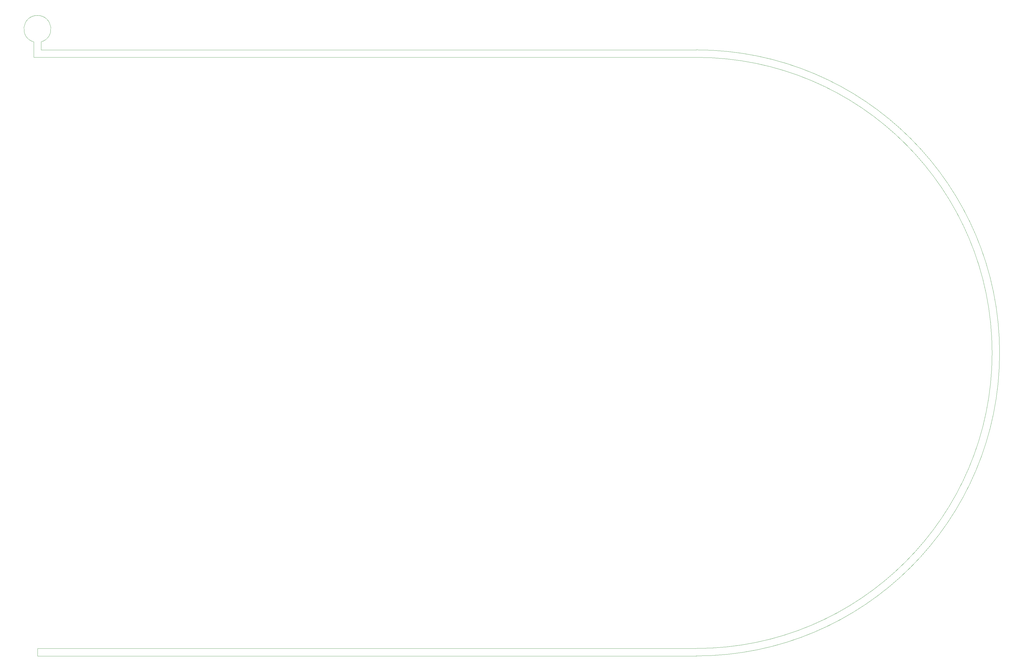
<source format=gbr>
%TF.GenerationSoftware,KiCad,Pcbnew,7.0.8-7.0.8~ubuntu22.04.1*%
%TF.CreationDate,2023-10-12T13:08:16-04:00*%
%TF.ProjectId,flex-IQ80xL,666c6578-2d49-4513-9830-784c2e6b6963,rev?*%
%TF.SameCoordinates,Original*%
%TF.FileFunction,Profile,NP*%
%FSLAX46Y46*%
G04 Gerber Fmt 4.6, Leading zero omitted, Abs format (unit mm)*
G04 Created by KiCad (PCBNEW 7.0.8-7.0.8~ubuntu22.04.1) date 2023-10-12 13:08:16*
%MOMM*%
%LPD*%
G01*
G04 APERTURE LIST*
%TA.AperFunction,Profile*%
%ADD10C,0.050000*%
%TD*%
G04 APERTURE END LIST*
D10*
X25000000Y-232000000D02*
X25000000Y-234500000D01*
X23750000Y-29320330D02*
X23750000Y-34500000D01*
X26250000Y-32000000D02*
X26250000Y-29322904D01*
X25000000Y-234500000D02*
X245000000Y-234500000D01*
X25000000Y-232000000D02*
X245000000Y-232000000D01*
X245000000Y-234500000D02*
G75*
G03*
X245000000Y-32000000I0J101250000D01*
G01*
X245000000Y-232000000D02*
G75*
G03*
X245000000Y-34500000I0J98750000D01*
G01*
X23750000Y-34500000D02*
X245000000Y-34500000D01*
X245000000Y-32000000D02*
X26250000Y-32000000D01*
X26250000Y-29322903D02*
G75*
G03*
X23750000Y-29322903I-1250000J4322903D01*
G01*
M02*

</source>
